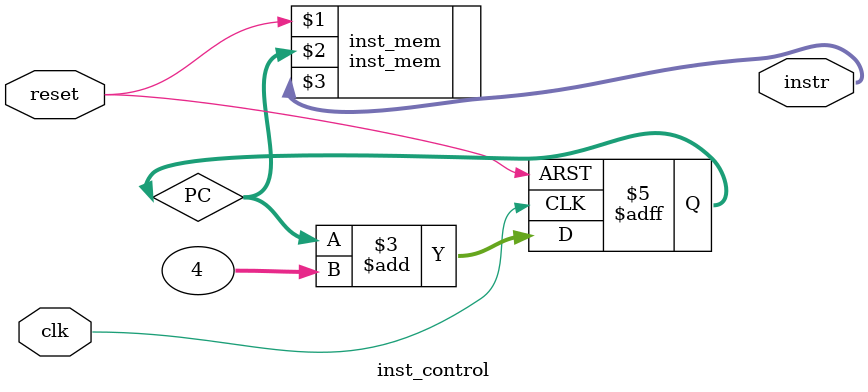
<source format=v>
`timescale 1ns / 1ps


module inst_control(
input clk,
input reset,
output [31:0] instr
);
reg [31:0] PC = 0;
inst_mem inst_mem(reset,PC, instr); 

always @(posedge clk, posedge reset)
    begin
        if(reset == 1)  
        PC <= 0;
        else
        PC <= PC+4; 
    end
endmodule

</source>
